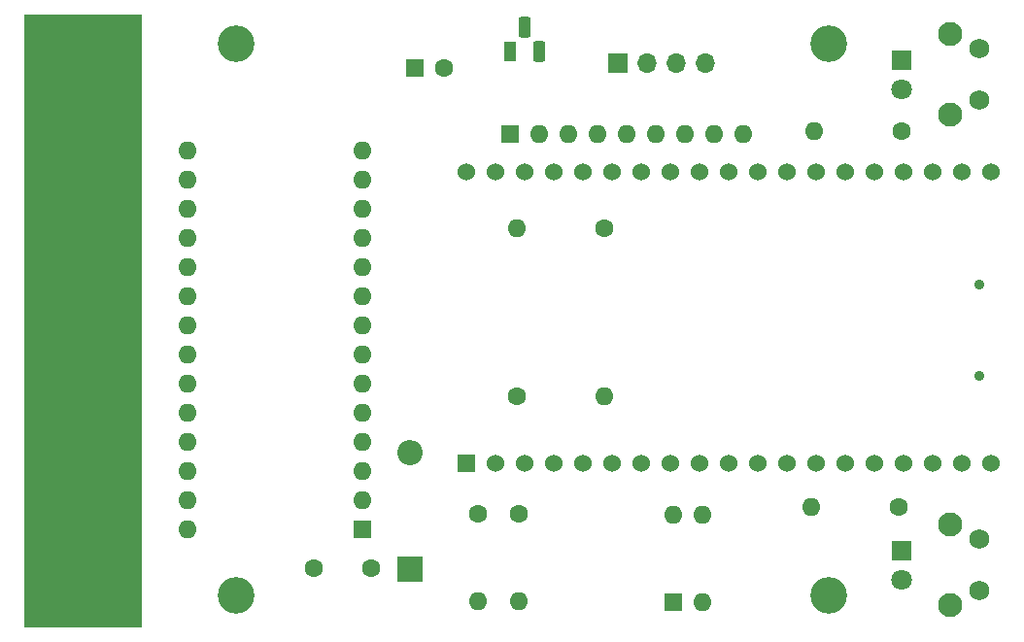
<source format=gbr>
%TF.GenerationSoftware,KiCad,Pcbnew,8.0.4*%
%TF.CreationDate,2024-08-25T21:49:16-05:00*%
%TF.ProjectId,CoCo-FujiNet-Rev0000,436f436f-2d46-4756-9a69-4e65742d5265,Rev 0000*%
%TF.SameCoordinates,Original*%
%TF.FileFunction,Soldermask,Bot*%
%TF.FilePolarity,Negative*%
%FSLAX46Y46*%
G04 Gerber Fmt 4.6, Leading zero omitted, Abs format (unit mm)*
G04 Created by KiCad (PCBNEW 8.0.4) date 2024-08-25 21:49:16*
%MOMM*%
%LPD*%
G01*
G04 APERTURE LIST*
G04 Aperture macros list*
%AMRoundRect*
0 Rectangle with rounded corners*
0 $1 Rounding radius*
0 $2 $3 $4 $5 $6 $7 $8 $9 X,Y pos of 4 corners*
0 Add a 4 corners polygon primitive as box body*
4,1,4,$2,$3,$4,$5,$6,$7,$8,$9,$2,$3,0*
0 Add four circle primitives for the rounded corners*
1,1,$1+$1,$2,$3*
1,1,$1+$1,$4,$5*
1,1,$1+$1,$6,$7*
1,1,$1+$1,$8,$9*
0 Add four rect primitives between the rounded corners*
20,1,$1+$1,$2,$3,$4,$5,0*
20,1,$1+$1,$4,$5,$6,$7,0*
20,1,$1+$1,$6,$7,$8,$9,0*
20,1,$1+$1,$8,$9,$2,$3,0*%
G04 Aperture macros list end*
%ADD10C,0.010000*%
%ADD11R,1.600000X1.600000*%
%ADD12O,1.600000X1.600000*%
%ADD13R,1.800000X1.800000*%
%ADD14C,1.800000*%
%ADD15C,2.100000*%
%ADD16C,1.750000*%
%ADD17R,1.700000X1.700000*%
%ADD18O,1.700000X1.700000*%
%ADD19C,3.200000*%
%ADD20C,1.600000*%
%ADD21R,1.530000X1.530000*%
%ADD22C,1.530000*%
%ADD23R,2.200000X2.200000*%
%ADD24O,2.200000X2.200000*%
%ADD25R,1.100000X1.800000*%
%ADD26RoundRect,0.275000X-0.275000X-0.625000X0.275000X-0.625000X0.275000X0.625000X-0.275000X0.625000X0*%
%ADD27RoundRect,0.102000X-4.762500X0.635000X-4.762500X-0.635000X4.762500X-0.635000X4.762500X0.635000X0*%
%ADD28C,0.900000*%
G04 APERTURE END LIST*
D10*
%TO.C,P1*%
X108184000Y-116619750D02*
X98024000Y-116619750D01*
X98024000Y-63279750D01*
X108184000Y-63279750D01*
X108184000Y-116619750D01*
G36*
X108184000Y-116619750D02*
G01*
X98024000Y-116619750D01*
X98024000Y-63279750D01*
X108184000Y-63279750D01*
X108184000Y-116619750D01*
G37*
%TD*%
D11*
%TO.C,U1*%
X127493000Y-108144500D03*
D12*
X127493000Y-105604500D03*
X127493000Y-103064500D03*
X127493000Y-100524500D03*
X127493000Y-97984500D03*
X127493000Y-95444500D03*
X127493000Y-92904500D03*
X127493000Y-90364500D03*
X127493000Y-87824500D03*
X127493000Y-85284500D03*
X127493000Y-82744500D03*
X127493000Y-80204500D03*
X127493000Y-77664500D03*
X127493000Y-75124500D03*
X112253000Y-75124500D03*
X112253000Y-77664500D03*
X112253000Y-80204500D03*
X112253000Y-82744500D03*
X112253000Y-85284500D03*
X112253000Y-87824500D03*
X112253000Y-90364500D03*
X112253000Y-92904500D03*
X112253000Y-95444500D03*
X112253000Y-97984500D03*
X112253000Y-100524500D03*
X112253000Y-103064500D03*
X112253000Y-105604500D03*
X112253000Y-108144500D03*
%TD*%
D13*
%TO.C,D2*%
X174478000Y-109987200D03*
D14*
X174478000Y-112527200D03*
%TD*%
D15*
%TO.C,SW2*%
X178739000Y-107737200D03*
X178739000Y-114747200D03*
D16*
X181229000Y-108987200D03*
X181229000Y-113487200D03*
%TD*%
D11*
%TO.C,SW1*%
X154584400Y-114528600D03*
D12*
X157124400Y-114528600D03*
X157124400Y-106908600D03*
X154584400Y-106908600D03*
%TD*%
D17*
%TO.C,J1*%
X149713000Y-67464500D03*
D18*
X152253000Y-67464500D03*
X154793000Y-67464500D03*
X157333000Y-67464500D03*
%TD*%
D19*
%TO.C,H1*%
X168148000Y-113919000D03*
%TD*%
D13*
%TO.C,D3*%
X174478000Y-67214500D03*
D14*
X174478000Y-69754500D03*
%TD*%
D20*
%TO.C,R1*%
X137515600Y-106807000D03*
D12*
X137515600Y-114427000D03*
%TD*%
D21*
%TO.C,U2*%
X136525000Y-102362000D03*
D22*
X139065000Y-102362000D03*
X141605000Y-102362000D03*
X144145000Y-102362000D03*
X146685000Y-102362000D03*
X149225000Y-102362000D03*
X151765000Y-102362000D03*
X154305000Y-102362000D03*
X156845000Y-102362000D03*
X159385000Y-102362000D03*
X161925000Y-102362000D03*
X164465000Y-102362000D03*
X167005000Y-102362000D03*
X169545000Y-102362000D03*
X172085000Y-102362000D03*
X174625000Y-102362000D03*
X177165000Y-102362000D03*
X179705000Y-102362000D03*
X182245000Y-102362000D03*
X182245000Y-76962000D03*
X179705000Y-76962000D03*
X177165000Y-76962000D03*
X174625000Y-76962000D03*
X172085000Y-76962000D03*
X169545000Y-76962000D03*
X167005000Y-76962000D03*
X164465000Y-76962000D03*
X161925000Y-76962000D03*
X159385000Y-76962000D03*
X156845000Y-76962000D03*
X154305000Y-76962000D03*
X151765000Y-76962000D03*
X149225000Y-76962000D03*
X146685000Y-76962000D03*
X144145000Y-76962000D03*
X141605000Y-76962000D03*
X139065000Y-76962000D03*
X136525000Y-76962000D03*
%TD*%
D20*
%TO.C,R3*%
X174244000Y-106172000D03*
D12*
X166624000Y-106172000D03*
%TD*%
D11*
%TO.C,C2*%
X132080000Y-67945000D03*
D20*
X134580000Y-67945000D03*
%TD*%
D23*
%TO.C,D1*%
X131648200Y-111607600D03*
D24*
X131648200Y-101447600D03*
%TD*%
D20*
%TO.C,R2*%
X141097000Y-106807000D03*
D12*
X141097000Y-114427000D03*
%TD*%
D20*
%TO.C,R4*%
X174498000Y-73406000D03*
D12*
X166878000Y-73406000D03*
%TD*%
D20*
%TO.C,R5*%
X140970000Y-96520000D03*
D12*
X148590000Y-96520000D03*
%TD*%
D15*
%TO.C,SW3*%
X178739000Y-64964500D03*
X178739000Y-71974500D03*
D16*
X181229000Y-66214500D03*
X181229000Y-70714500D03*
%TD*%
D19*
%TO.C,H4*%
X116459000Y-113919000D03*
%TD*%
%TO.C,H3*%
X116459000Y-65786000D03*
%TD*%
D11*
%TO.C,RN1*%
X140335000Y-73660000D03*
D12*
X142875000Y-73660000D03*
X145415000Y-73660000D03*
X147955000Y-73660000D03*
X150495000Y-73660000D03*
X153035000Y-73660000D03*
X155575000Y-73660000D03*
X158115000Y-73660000D03*
X160655000Y-73660000D03*
%TD*%
D20*
%TO.C,C1*%
X123230000Y-111506000D03*
X128230000Y-111506000D03*
%TD*%
D19*
%TO.C,H2*%
X168148000Y-65786000D03*
%TD*%
D25*
%TO.C,Q1*%
X140335000Y-66440000D03*
D26*
X141605000Y-64370000D03*
X142875000Y-66440000D03*
%TD*%
D27*
%TO.C,P1*%
X103231000Y-65819750D03*
X103231000Y-68359750D03*
X103231000Y-70899750D03*
X103231000Y-73439750D03*
X103231000Y-75979750D03*
X103231000Y-78519750D03*
X103231000Y-81059750D03*
X103231000Y-83599750D03*
X103231000Y-86139750D03*
X103231000Y-88679750D03*
X103231000Y-91219750D03*
X103231000Y-93759750D03*
X103231000Y-96299750D03*
X103231000Y-98839750D03*
X103231000Y-101379750D03*
X103231000Y-103919750D03*
X103231000Y-106459750D03*
X103231000Y-108999750D03*
X103231000Y-111539750D03*
X103231000Y-114079750D03*
%TD*%
D28*
%TO.C,P2*%
X181248000Y-94786500D03*
X181248000Y-86786500D03*
%TD*%
D20*
%TO.C,R6*%
X148590000Y-81915000D03*
D12*
X140970000Y-81915000D03*
%TD*%
M02*

</source>
